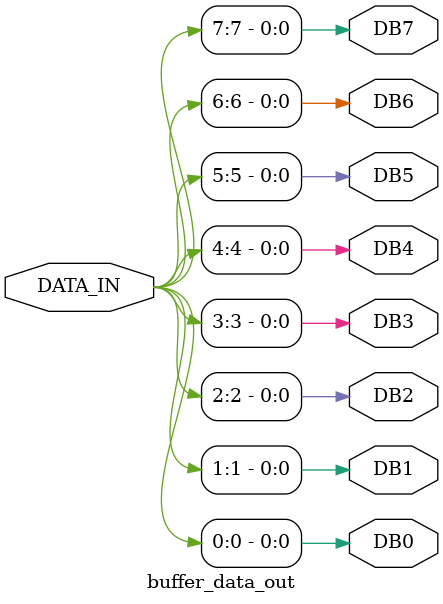
<source format=v>


module buffer_data_out( DATA_IN, DB0,DB1,DB2,DB3,DB4,DB5,DB6,DB7);
input [7:0] DATA_IN;
output DB0,DB1,DB2,DB3,DB4,DB5,DB6,DB7;

assign DB0 = DATA_IN[0];
assign DB1 = DATA_IN[1];
assign DB2 = DATA_IN[2];
assign DB3 = DATA_IN[3];
assign DB4 = DATA_IN[4];
assign DB5 = DATA_IN[5];
assign DB6 = DATA_IN[6];
assign DB7 = DATA_IN[7];


endmodule


</source>
